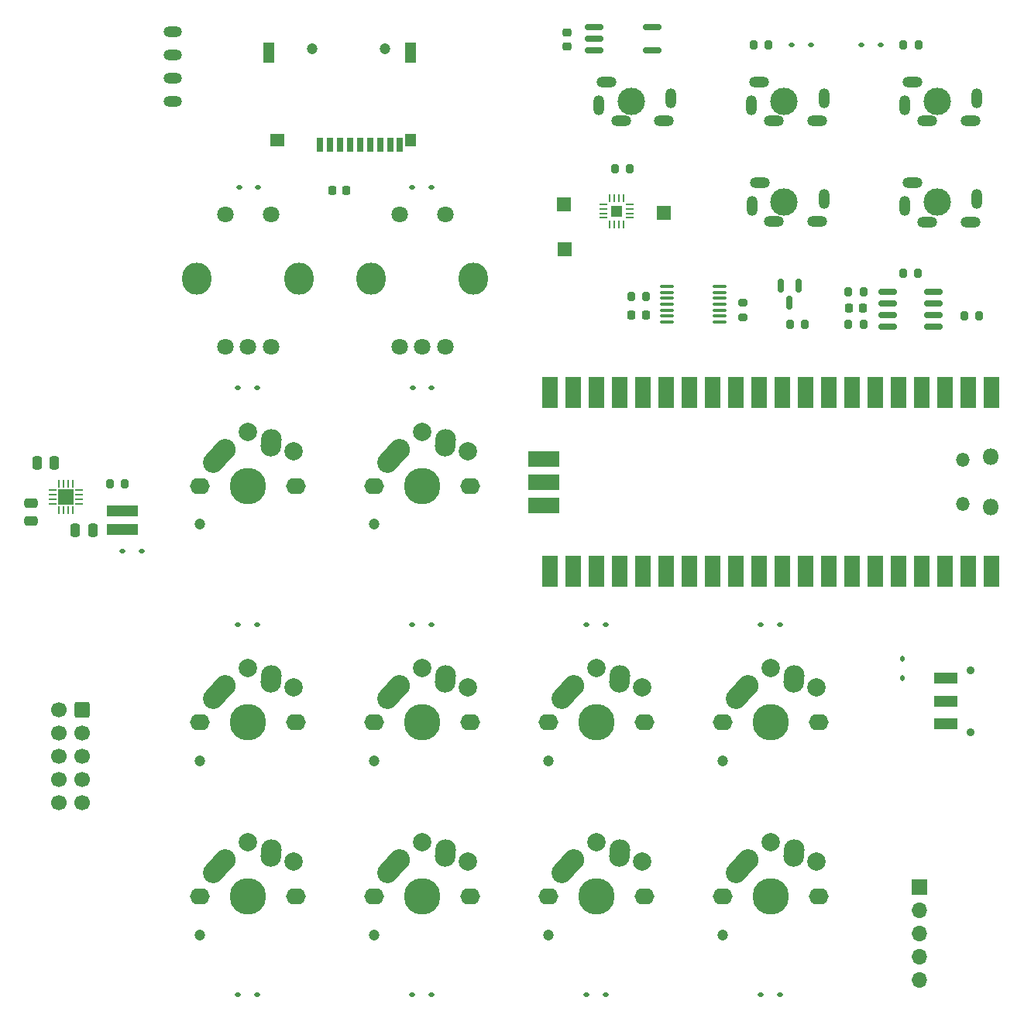
<source format=gbr>
%TF.GenerationSoftware,KiCad,Pcbnew,7.0.2*%
%TF.CreationDate,2023-07-23T02:14:46-06:00*%
%TF.ProjectId,dc31,64633331-2e6b-4696-9361-645f70636258,1.1*%
%TF.SameCoordinates,Original*%
%TF.FileFunction,Soldermask,Top*%
%TF.FilePolarity,Negative*%
%FSLAX46Y46*%
G04 Gerber Fmt 4.6, Leading zero omitted, Abs format (unit mm)*
G04 Created by KiCad (PCBNEW 7.0.2) date 2023-07-23 02:14:46*
%MOMM*%
%LPD*%
G01*
G04 APERTURE LIST*
G04 Aperture macros list*
%AMRoundRect*
0 Rectangle with rounded corners*
0 $1 Rounding radius*
0 $2 $3 $4 $5 $6 $7 $8 $9 X,Y pos of 4 corners*
0 Add a 4 corners polygon primitive as box body*
4,1,4,$2,$3,$4,$5,$6,$7,$8,$9,$2,$3,0*
0 Add four circle primitives for the rounded corners*
1,1,$1+$1,$2,$3*
1,1,$1+$1,$4,$5*
1,1,$1+$1,$6,$7*
1,1,$1+$1,$8,$9*
0 Add four rect primitives between the rounded corners*
20,1,$1+$1,$2,$3,$4,$5,0*
20,1,$1+$1,$4,$5,$6,$7,0*
20,1,$1+$1,$6,$7,$8,$9,0*
20,1,$1+$1,$8,$9,$2,$3,0*%
%AMHorizOval*
0 Thick line with rounded ends*
0 $1 width*
0 $2 $3 position (X,Y) of the first rounded end (center of the circle)*
0 $4 $5 position (X,Y) of the second rounded end (center of the circle)*
0 Add line between two ends*
20,1,$1,$2,$3,$4,$5,0*
0 Add two circle primitives to create the rounded ends*
1,1,$1,$2,$3*
1,1,$1,$4,$5*%
G04 Aperture macros list end*
%ADD10C,3.000000*%
%ADD11O,1.200000X2.200000*%
%ADD12O,2.200000X1.200000*%
%ADD13C,2.000000*%
%ADD14C,2.250000*%
%ADD15HorizOval,2.250000X0.654995X0.730004X-0.654995X-0.730004X0*%
%ADD16HorizOval,2.250000X0.025506X0.374132X-0.025506X-0.374132X0*%
%ADD17O,2.150000X1.750000*%
%ADD18C,3.987800*%
%ADD19C,1.200000*%
%ADD20RoundRect,0.112500X0.187500X0.112500X-0.187500X0.112500X-0.187500X-0.112500X0.187500X-0.112500X0*%
%ADD21RoundRect,0.200000X0.200000X0.275000X-0.200000X0.275000X-0.200000X-0.275000X0.200000X-0.275000X0*%
%ADD22C,1.800000*%
%ADD23O,3.200000X3.500000*%
%ADD24RoundRect,0.200000X-0.200000X-0.275000X0.200000X-0.275000X0.200000X0.275000X-0.200000X0.275000X0*%
%ADD25RoundRect,0.250000X-0.250000X-0.475000X0.250000X-0.475000X0.250000X0.475000X-0.250000X0.475000X0*%
%ADD26R,1.700000X1.700000*%
%ADD27O,1.700000X1.700000*%
%ADD28R,3.500000X1.700000*%
%ADD29R,1.700000X3.500000*%
%ADD30O,1.800000X1.800000*%
%ADD31O,1.500000X1.500000*%
%ADD32RoundRect,0.160000X0.840000X0.160000X-0.840000X0.160000X-0.840000X-0.160000X0.840000X-0.160000X0*%
%ADD33RoundRect,0.225000X0.250000X-0.225000X0.250000X0.225000X-0.250000X0.225000X-0.250000X-0.225000X0*%
%ADD34RoundRect,0.150000X-0.150000X0.587500X-0.150000X-0.587500X0.150000X-0.587500X0.150000X0.587500X0*%
%ADD35RoundRect,0.150000X-0.825000X-0.150000X0.825000X-0.150000X0.825000X0.150000X-0.825000X0.150000X0*%
%ADD36R,3.400000X1.300000*%
%ADD37R,1.500000X1.500000*%
%ADD38RoundRect,0.112500X-0.112500X0.187500X-0.112500X-0.187500X0.112500X-0.187500X0.112500X0.187500X0*%
%ADD39RoundRect,0.225000X0.225000X0.250000X-0.225000X0.250000X-0.225000X-0.250000X0.225000X-0.250000X0*%
%ADD40R,1.680000X1.680000*%
%ADD41RoundRect,0.062500X0.062500X0.350000X-0.062500X0.350000X-0.062500X-0.350000X0.062500X-0.350000X0*%
%ADD42RoundRect,0.062500X0.350000X0.062500X-0.350000X0.062500X-0.350000X-0.062500X0.350000X-0.062500X0*%
%ADD43R,2.500000X1.250000*%
%ADD44C,0.900000*%
%ADD45RoundRect,0.112500X-0.187500X-0.112500X0.187500X-0.112500X0.187500X0.112500X-0.187500X0.112500X0*%
%ADD46RoundRect,0.200000X-0.275000X0.200000X-0.275000X-0.200000X0.275000X-0.200000X0.275000X0.200000X0*%
%ADD47R,1.230000X1.230000*%
%ADD48RoundRect,0.100000X0.637500X0.100000X-0.637500X0.100000X-0.637500X-0.100000X0.637500X-0.100000X0*%
%ADD49R,1.200000X2.200000*%
%ADD50R,1.600000X1.400000*%
%ADD51R,1.200000X1.400000*%
%ADD52R,0.700000X1.600000*%
%ADD53O,2.000000X1.200000*%
%ADD54RoundRect,0.250000X-0.475000X0.250000X-0.475000X-0.250000X0.475000X-0.250000X0.475000X0.250000X0*%
%ADD55RoundRect,0.250000X0.250000X0.475000X-0.250000X0.475000X-0.250000X-0.475000X0.250000X-0.475000X0*%
%ADD56RoundRect,0.225000X-0.225000X-0.250000X0.225000X-0.250000X0.225000X0.250000X-0.225000X0.250000X0*%
%ADD57RoundRect,0.250000X0.600000X0.600000X-0.600000X0.600000X-0.600000X-0.600000X0.600000X-0.600000X0*%
%ADD58C,1.700000*%
G04 APERTURE END LIST*
D10*
%TO.C,J8*%
X165575895Y-51210000D03*
D11*
X162025895Y-51610000D03*
D12*
X162875895Y-49090000D03*
X169175895Y-53330000D03*
D11*
X169925895Y-50810000D03*
D12*
X164475895Y-53330000D03*
%TD*%
D10*
%TO.C,J6*%
X182330000Y-62220000D03*
D11*
X178780000Y-62620000D03*
D12*
X179630000Y-60100000D03*
X185930000Y-64340000D03*
D11*
X186680000Y-61820000D03*
D12*
X181230000Y-64340000D03*
%TD*%
D10*
%TO.C,J5*%
X182320000Y-51210000D03*
D11*
X178770000Y-51610000D03*
D12*
X179620000Y-49090000D03*
X185920000Y-53330000D03*
D11*
X186670000Y-50810000D03*
D12*
X181220000Y-53330000D03*
%TD*%
D10*
%TO.C,J4*%
X199064105Y-51210000D03*
D11*
X195514105Y-51610000D03*
D12*
X196364105Y-49090000D03*
X202664105Y-53330000D03*
D11*
X203414105Y-50810000D03*
D12*
X197964105Y-53330000D03*
%TD*%
D10*
%TO.C,J2*%
X199064105Y-62230000D03*
D11*
X195514105Y-62630000D03*
D12*
X196364105Y-60110000D03*
X202664105Y-64350000D03*
D11*
X203414105Y-61830000D03*
D12*
X197964105Y-64350000D03*
%TD*%
D13*
%TO.C,SW1*%
X123710000Y-113180000D03*
D14*
X121210000Y-115080000D03*
D15*
X120554995Y-115809996D03*
D13*
X128710000Y-115280000D03*
D16*
X126220000Y-114330000D03*
D17*
X128990000Y-119080000D03*
D18*
X123710000Y-119080000D03*
D19*
X118490000Y-123280000D03*
D17*
X118430000Y-119080000D03*
%TD*%
D20*
%TO.C,D11*%
X124837500Y-60540000D03*
X122737500Y-60540000D03*
%TD*%
D21*
%TO.C,R5*%
X195365000Y-44980000D03*
X197015000Y-44980000D03*
%TD*%
D22*
%TO.C,SW12*%
X145260000Y-63560000D03*
X140260000Y-63560000D03*
X142760000Y-78060000D03*
X145260000Y-78060000D03*
X140260000Y-78060000D03*
D23*
X148360000Y-70560000D03*
X137160000Y-70560000D03*
%TD*%
D24*
%TO.C,R11*%
X108625000Y-92990000D03*
X110275000Y-92990000D03*
%TD*%
D25*
%TO.C,C3*%
X100640000Y-90750000D03*
X102540000Y-90750000D03*
%TD*%
D20*
%TO.C,D2*%
X143787500Y-108380000D03*
X141687500Y-108380000D03*
%TD*%
D26*
%TO.C,J3*%
X197070000Y-137139600D03*
D27*
X197070000Y-139679600D03*
X197070000Y-142219600D03*
X197070000Y-144759600D03*
X197070000Y-147299600D03*
%TD*%
D28*
%TO.C,U1*%
X156070000Y-95350000D03*
X156070000Y-92810000D03*
X156070000Y-90270000D03*
D29*
X205000000Y-102600000D03*
X202460000Y-102600000D03*
X199920000Y-102600000D03*
X197380000Y-102600000D03*
X194840000Y-102600000D03*
X192300000Y-102600000D03*
X189760000Y-102600000D03*
X187220000Y-102600000D03*
X184680000Y-102600000D03*
X182140000Y-102600000D03*
X179600000Y-102600000D03*
X177060000Y-102600000D03*
X174520000Y-102600000D03*
X171980000Y-102600000D03*
X169440000Y-102600000D03*
X166900000Y-102600000D03*
X164360000Y-102600000D03*
X161820000Y-102600000D03*
X159280000Y-102600000D03*
X156740000Y-102600000D03*
X156740000Y-83020000D03*
X159280000Y-83020000D03*
X161820000Y-83020000D03*
X164360000Y-83020000D03*
X166900000Y-83020000D03*
X169440000Y-83020000D03*
X171980000Y-83020000D03*
X174520000Y-83020000D03*
X177060000Y-83020000D03*
X179600000Y-83020000D03*
X182140000Y-83020000D03*
X184680000Y-83020000D03*
X187220000Y-83020000D03*
X189760000Y-83020000D03*
X192300000Y-83020000D03*
X194840000Y-83020000D03*
X197380000Y-83020000D03*
X199920000Y-83020000D03*
X202460000Y-83020000D03*
X205000000Y-83020000D03*
D30*
X204870000Y-95535000D03*
D31*
X201840000Y-95235000D03*
X201840000Y-90385000D03*
D30*
X204870000Y-90085000D03*
%TD*%
D20*
%TO.C,D14*%
X112070000Y-100410000D03*
X109970000Y-100410000D03*
%TD*%
D13*
%TO.C,SW8*%
X180860000Y-132230000D03*
D14*
X178360000Y-134130000D03*
D15*
X177704995Y-134859996D03*
D13*
X185860000Y-134330000D03*
D16*
X183370000Y-133380000D03*
D17*
X186140000Y-138130000D03*
D18*
X180860000Y-138130000D03*
D19*
X175640000Y-142330000D03*
D17*
X175580000Y-138130000D03*
%TD*%
D20*
%TO.C,D4*%
X181887500Y-108380000D03*
X179787500Y-108380000D03*
%TD*%
D32*
%TO.C,U5*%
X167870000Y-45590000D03*
X167870000Y-43050000D03*
X161570000Y-43050000D03*
X161570000Y-44320000D03*
X161570000Y-45590000D03*
%TD*%
D33*
%TO.C,C5*%
X158570000Y-45195000D03*
X158570000Y-43645000D03*
%TD*%
D24*
%TO.C,R7*%
X163835000Y-58570000D03*
X165485000Y-58570000D03*
%TD*%
D21*
%TO.C,R2*%
X196975000Y-69980000D03*
X195325000Y-69980000D03*
%TD*%
D34*
%TO.C,Q1*%
X183870000Y-71352500D03*
X181970000Y-71352500D03*
X182920000Y-73227500D03*
%TD*%
D21*
%TO.C,R1*%
X202000000Y-74605000D03*
X203650000Y-74605000D03*
%TD*%
D35*
%TO.C,U2*%
X193660000Y-72050000D03*
X193660000Y-73320000D03*
X193660000Y-74590000D03*
X193660000Y-75860000D03*
X198610000Y-75860000D03*
X198610000Y-74590000D03*
X198610000Y-73320000D03*
X198610000Y-72050000D03*
%TD*%
D13*
%TO.C,SW7*%
X161810000Y-132230000D03*
D14*
X159310000Y-134130000D03*
D15*
X158654995Y-134859996D03*
D13*
X166810000Y-134330000D03*
D16*
X164320000Y-133380000D03*
D17*
X167090000Y-138130000D03*
D18*
X161810000Y-138130000D03*
D19*
X156590000Y-142330000D03*
D17*
X156530000Y-138130000D03*
%TD*%
D20*
%TO.C,D5*%
X124737500Y-148880000D03*
X122637500Y-148880000D03*
%TD*%
D13*
%TO.C,SW3*%
X161810000Y-113180000D03*
D14*
X159310000Y-115080000D03*
D15*
X158654995Y-115809996D03*
D13*
X166810000Y-115280000D03*
D16*
X164320000Y-114330000D03*
D17*
X167090000Y-119080000D03*
D18*
X161810000Y-119080000D03*
D19*
X156590000Y-123280000D03*
D17*
X156530000Y-119080000D03*
%TD*%
D36*
%TO.C,L1*%
X109970000Y-95930000D03*
X109970000Y-98030000D03*
%TD*%
D37*
%TO.C,TP4*%
X158290000Y-67370000D03*
%TD*%
D20*
%TO.C,D10*%
X143810000Y-82540000D03*
X141710000Y-82540000D03*
%TD*%
D13*
%TO.C,SW2*%
X142760000Y-113180000D03*
D14*
X140260000Y-115080000D03*
D15*
X139604995Y-115809996D03*
D13*
X147760000Y-115280000D03*
D16*
X145270000Y-114330000D03*
D17*
X148040000Y-119080000D03*
D18*
X142760000Y-119080000D03*
D19*
X137540000Y-123280000D03*
D17*
X137480000Y-119080000D03*
%TD*%
D38*
%TO.C,D15*%
X195240000Y-112140000D03*
X195240000Y-114240000D03*
%TD*%
D39*
%TO.C,C6*%
X167180000Y-74590000D03*
X165630000Y-74590000D03*
%TD*%
D40*
%TO.C,U6*%
X103810000Y-94437500D03*
D41*
X104560000Y-95900000D03*
X104060000Y-95900000D03*
X103560000Y-95900000D03*
X103060000Y-95900000D03*
D42*
X102347500Y-95187500D03*
X102347500Y-94687500D03*
X102347500Y-94187500D03*
X102347500Y-93687500D03*
D41*
X103060000Y-92975000D03*
X103560000Y-92975000D03*
X104060000Y-92975000D03*
X104560000Y-92975000D03*
D42*
X105272500Y-93687500D03*
X105272500Y-94187500D03*
X105272500Y-94687500D03*
X105272500Y-95187500D03*
%TD*%
D24*
%TO.C,R9*%
X167230000Y-72550000D03*
X165580000Y-72550000D03*
%TD*%
D21*
%TO.C,R4*%
X190985000Y-75585000D03*
X189335000Y-75585000D03*
%TD*%
D37*
%TO.C,TP5*%
X158260000Y-62420000D03*
%TD*%
D24*
%TO.C,R3*%
X189345000Y-71995000D03*
X190995000Y-71995000D03*
%TD*%
%TO.C,R10*%
X180635000Y-44980000D03*
X178985000Y-44980000D03*
%TD*%
D13*
%TO.C,SW5*%
X123710000Y-132230000D03*
D14*
X121210000Y-134130000D03*
D15*
X120554995Y-134859996D03*
D13*
X128710000Y-134330000D03*
D16*
X126220000Y-133380000D03*
D17*
X128990000Y-138130000D03*
D18*
X123710000Y-138130000D03*
D19*
X118490000Y-142330000D03*
D17*
X118430000Y-138130000D03*
%TD*%
D13*
%TO.C,SW9*%
X123710000Y-87340000D03*
D14*
X121210000Y-89240000D03*
D15*
X120554995Y-89969996D03*
D13*
X128710000Y-89440000D03*
D16*
X126220000Y-88490000D03*
D17*
X128990000Y-93240000D03*
D18*
X123710000Y-93240000D03*
D19*
X118490000Y-97440000D03*
D17*
X118430000Y-93240000D03*
%TD*%
D20*
%TO.C,D8*%
X181887500Y-148880000D03*
X179787500Y-148880000D03*
%TD*%
D37*
%TO.C,TP1*%
X169130000Y-63410000D03*
%TD*%
D43*
%TO.C,SW14*%
X199985000Y-114270000D03*
X199985000Y-116770000D03*
X199985000Y-119270000D03*
D44*
X202735000Y-113370000D03*
X202735000Y-120170000D03*
%TD*%
D45*
%TO.C,D13*%
X190790000Y-44980000D03*
X192890000Y-44980000D03*
%TD*%
D20*
%TO.C,D7*%
X162837500Y-148880000D03*
X160737500Y-148880000D03*
%TD*%
D22*
%TO.C,SW11*%
X126210000Y-63560000D03*
X121210000Y-63560000D03*
X123710000Y-78060000D03*
X126210000Y-78060000D03*
X121210000Y-78060000D03*
D23*
X129310000Y-70560000D03*
X118110000Y-70560000D03*
%TD*%
D46*
%TO.C,R8*%
X177770000Y-74845000D03*
X177770000Y-73195000D03*
%TD*%
D47*
%TO.C,U3*%
X164020000Y-63170000D03*
D41*
X164770000Y-64607500D03*
X164270000Y-64607500D03*
X163770000Y-64607500D03*
X163270000Y-64607500D03*
D42*
X162582500Y-63920000D03*
X162582500Y-63420000D03*
X162582500Y-62920000D03*
X162582500Y-62420000D03*
D41*
X163270000Y-61732500D03*
X163770000Y-61732500D03*
X164270000Y-61732500D03*
X164770000Y-61732500D03*
D42*
X165457500Y-62420000D03*
X165457500Y-62920000D03*
X165457500Y-63420000D03*
X165457500Y-63920000D03*
%TD*%
D20*
%TO.C,D1*%
X124737500Y-108380000D03*
X122637500Y-108380000D03*
%TD*%
D45*
%TO.C,D16*%
X183130000Y-44980000D03*
X185230000Y-44980000D03*
%TD*%
D48*
%TO.C,U4*%
X169500000Y-75320000D03*
X169500000Y-74670000D03*
X169500000Y-74020000D03*
X169500000Y-73370000D03*
X169500000Y-72720000D03*
X169500000Y-72070000D03*
X169500000Y-71420000D03*
X175225000Y-71420000D03*
X175225000Y-72070000D03*
X175225000Y-72720000D03*
X175225000Y-73370000D03*
X175225000Y-74020000D03*
X175225000Y-74670000D03*
X175225000Y-75320000D03*
%TD*%
D20*
%TO.C,D9*%
X124740000Y-82530000D03*
X122640000Y-82530000D03*
%TD*%
D13*
%TO.C,SW4*%
X180860000Y-113180000D03*
D14*
X178360000Y-115080000D03*
D15*
X177704995Y-115809996D03*
D13*
X185860000Y-115280000D03*
D16*
X183370000Y-114330000D03*
D17*
X186140000Y-119080000D03*
D18*
X180860000Y-119080000D03*
D19*
X175640000Y-123280000D03*
D17*
X175580000Y-119080000D03*
%TD*%
D49*
%TO.C,J9*%
X125990000Y-45820000D03*
D50*
X126890000Y-55420000D03*
D49*
X141490000Y-45820000D03*
D51*
X141490000Y-55420000D03*
D52*
X140340000Y-55920000D03*
X139240000Y-55920000D03*
X138140000Y-55920000D03*
X137040000Y-55920000D03*
X135940000Y-55920000D03*
X134840000Y-55920000D03*
X133740000Y-55920000D03*
X132640000Y-55920000D03*
X131540000Y-55920000D03*
D19*
X130690000Y-45420000D03*
X138670000Y-45420000D03*
%TD*%
D53*
%TO.C,J1*%
X115480000Y-51190000D03*
X115480000Y-48650000D03*
X115480000Y-46110000D03*
X115480000Y-43570000D03*
%TD*%
D54*
%TO.C,C2*%
X100000000Y-95160000D03*
X100000000Y-97060000D03*
%TD*%
D20*
%TO.C,D6*%
X143787500Y-148880000D03*
X141687500Y-148880000D03*
%TD*%
%TO.C,D12*%
X143770000Y-60580000D03*
X141670000Y-60580000D03*
%TD*%
%TO.C,D3*%
X162837500Y-108380000D03*
X160737500Y-108380000D03*
%TD*%
D55*
%TO.C,C7*%
X106740000Y-98120000D03*
X104840000Y-98120000D03*
%TD*%
D13*
%TO.C,SW6*%
X142760000Y-132230000D03*
D14*
X140260000Y-134130000D03*
D15*
X139604995Y-134859996D03*
D13*
X147760000Y-134330000D03*
D16*
X145270000Y-133380000D03*
D17*
X148040000Y-138130000D03*
D18*
X142760000Y-138130000D03*
D19*
X137540000Y-142330000D03*
D17*
X137480000Y-138130000D03*
%TD*%
D56*
%TO.C,C4*%
X132930000Y-60910000D03*
X134480000Y-60910000D03*
%TD*%
D24*
%TO.C,R6*%
X182945000Y-75530000D03*
X184595000Y-75530000D03*
%TD*%
D39*
%TO.C,C1*%
X190935000Y-73765000D03*
X189385000Y-73765000D03*
%TD*%
D13*
%TO.C,SW10*%
X142760000Y-87340000D03*
D14*
X140260000Y-89240000D03*
D15*
X139604995Y-89969996D03*
D13*
X147760000Y-89440000D03*
D16*
X145270000Y-88490000D03*
D17*
X148040000Y-93240000D03*
D18*
X142760000Y-93240000D03*
D19*
X137540000Y-97440000D03*
D17*
X137480000Y-93240000D03*
%TD*%
D57*
%TO.C,J7*%
X105587800Y-117703600D03*
D58*
X103047800Y-117703600D03*
X105587800Y-120243600D03*
X103047800Y-120243600D03*
X105587800Y-122783600D03*
X103047800Y-122783600D03*
X105587800Y-125323600D03*
X103047800Y-125323600D03*
X105587800Y-127863600D03*
X103047800Y-127863600D03*
%TD*%
M02*

</source>
